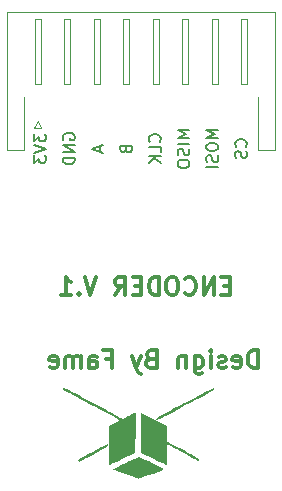
<source format=gbr>
%TF.GenerationSoftware,KiCad,Pcbnew,(6.0.0)*%
%TF.CreationDate,2022-01-20T18:02:09+07:00*%
%TF.ProjectId,CubeSat Encoder,43756265-5361-4742-9045-6e636f646572,rev?*%
%TF.SameCoordinates,Original*%
%TF.FileFunction,Legend,Bot*%
%TF.FilePolarity,Positive*%
%FSLAX46Y46*%
G04 Gerber Fmt 4.6, Leading zero omitted, Abs format (unit mm)*
G04 Created by KiCad (PCBNEW (6.0.0)) date 2022-01-20 18:02:09*
%MOMM*%
%LPD*%
G01*
G04 APERTURE LIST*
%ADD10C,0.200000*%
%ADD11C,0.300000*%
%ADD12C,0.120000*%
G04 APERTURE END LIST*
D10*
X134428571Y-55638095D02*
X134380951Y-55542857D01*
X134380951Y-55400000D01*
X134428571Y-55257142D01*
X134523809Y-55161904D01*
X134619047Y-55114285D01*
X134809523Y-55066666D01*
X134952380Y-55066666D01*
X135142856Y-55114285D01*
X135238094Y-55161904D01*
X135333332Y-55257142D01*
X135380951Y-55400000D01*
X135380951Y-55495238D01*
X135333332Y-55638095D01*
X135285713Y-55685714D01*
X134952380Y-55685714D01*
X134952380Y-55495238D01*
X135380951Y-56114285D02*
X134380951Y-56114285D01*
X135380951Y-56685714D01*
X134380951Y-56685714D01*
X135380951Y-57161904D02*
X134380951Y-57161904D01*
X134380951Y-57400000D01*
X134428571Y-57542857D01*
X134523809Y-57638095D01*
X134619047Y-57685714D01*
X134809523Y-57733333D01*
X134952380Y-57733333D01*
X135142856Y-57685714D01*
X135238094Y-57638095D01*
X135333332Y-57542857D01*
X135380951Y-57400000D01*
X135380951Y-57161904D01*
D11*
X150885714Y-74978571D02*
X150885714Y-73478571D01*
X150528571Y-73478571D01*
X150314285Y-73550000D01*
X150171428Y-73692857D01*
X150100000Y-73835714D01*
X150028571Y-74121428D01*
X150028571Y-74335714D01*
X150100000Y-74621428D01*
X150171428Y-74764285D01*
X150314285Y-74907142D01*
X150528571Y-74978571D01*
X150885714Y-74978571D01*
X148814285Y-74907142D02*
X148957142Y-74978571D01*
X149242857Y-74978571D01*
X149385714Y-74907142D01*
X149457142Y-74764285D01*
X149457142Y-74192857D01*
X149385714Y-74050000D01*
X149242857Y-73978571D01*
X148957142Y-73978571D01*
X148814285Y-74050000D01*
X148742857Y-74192857D01*
X148742857Y-74335714D01*
X149457142Y-74478571D01*
X148171428Y-74907142D02*
X148028571Y-74978571D01*
X147742857Y-74978571D01*
X147600000Y-74907142D01*
X147528571Y-74764285D01*
X147528571Y-74692857D01*
X147600000Y-74550000D01*
X147742857Y-74478571D01*
X147957142Y-74478571D01*
X148100000Y-74407142D01*
X148171428Y-74264285D01*
X148171428Y-74192857D01*
X148100000Y-74050000D01*
X147957142Y-73978571D01*
X147742857Y-73978571D01*
X147600000Y-74050000D01*
X146885714Y-74978571D02*
X146885714Y-73978571D01*
X146885714Y-73478571D02*
X146957142Y-73550000D01*
X146885714Y-73621428D01*
X146814285Y-73550000D01*
X146885714Y-73478571D01*
X146885714Y-73621428D01*
X145528571Y-73978571D02*
X145528571Y-75192857D01*
X145600000Y-75335714D01*
X145671428Y-75407142D01*
X145814285Y-75478571D01*
X146028571Y-75478571D01*
X146171428Y-75407142D01*
X145528571Y-74907142D02*
X145671428Y-74978571D01*
X145957142Y-74978571D01*
X146100000Y-74907142D01*
X146171428Y-74835714D01*
X146242857Y-74692857D01*
X146242857Y-74264285D01*
X146171428Y-74121428D01*
X146100000Y-74050000D01*
X145957142Y-73978571D01*
X145671428Y-73978571D01*
X145528571Y-74050000D01*
X144814285Y-73978571D02*
X144814285Y-74978571D01*
X144814285Y-74121428D02*
X144742857Y-74050000D01*
X144600000Y-73978571D01*
X144385714Y-73978571D01*
X144242857Y-74050000D01*
X144171428Y-74192857D01*
X144171428Y-74978571D01*
X141814285Y-74192857D02*
X141600000Y-74264285D01*
X141528571Y-74335714D01*
X141457142Y-74478571D01*
X141457142Y-74692857D01*
X141528571Y-74835714D01*
X141600000Y-74907142D01*
X141742857Y-74978571D01*
X142314285Y-74978571D01*
X142314285Y-73478571D01*
X141814285Y-73478571D01*
X141671428Y-73550000D01*
X141600000Y-73621428D01*
X141528571Y-73764285D01*
X141528571Y-73907142D01*
X141600000Y-74050000D01*
X141671428Y-74121428D01*
X141814285Y-74192857D01*
X142314285Y-74192857D01*
X140957142Y-73978571D02*
X140600000Y-74978571D01*
X140242857Y-73978571D02*
X140600000Y-74978571D01*
X140742857Y-75335714D01*
X140814285Y-75407142D01*
X140957142Y-75478571D01*
X138028571Y-74192857D02*
X138528571Y-74192857D01*
X138528571Y-74978571D02*
X138528571Y-73478571D01*
X137814285Y-73478571D01*
X136600000Y-74978571D02*
X136600000Y-74192857D01*
X136671428Y-74050000D01*
X136814285Y-73978571D01*
X137100000Y-73978571D01*
X137242857Y-74050000D01*
X136600000Y-74907142D02*
X136742857Y-74978571D01*
X137100000Y-74978571D01*
X137242857Y-74907142D01*
X137314285Y-74764285D01*
X137314285Y-74621428D01*
X137242857Y-74478571D01*
X137100000Y-74407142D01*
X136742857Y-74407142D01*
X136600000Y-74335714D01*
X135885714Y-74978571D02*
X135885714Y-73978571D01*
X135885714Y-74121428D02*
X135814285Y-74050000D01*
X135671428Y-73978571D01*
X135457142Y-73978571D01*
X135314285Y-74050000D01*
X135242857Y-74192857D01*
X135242857Y-74978571D01*
X135242857Y-74192857D02*
X135171428Y-74050000D01*
X135028571Y-73978571D01*
X134814285Y-73978571D01*
X134671428Y-74050000D01*
X134600000Y-74192857D01*
X134600000Y-74978571D01*
X133314285Y-74907142D02*
X133457142Y-74978571D01*
X133742857Y-74978571D01*
X133885714Y-74907142D01*
X133957142Y-74764285D01*
X133957142Y-74192857D01*
X133885714Y-74050000D01*
X133742857Y-73978571D01*
X133457142Y-73978571D01*
X133314285Y-74050000D01*
X133242857Y-74192857D01*
X133242857Y-74335714D01*
X133957142Y-74478571D01*
D10*
X142571426Y-55804760D02*
X142619045Y-55757141D01*
X142666664Y-55614284D01*
X142666664Y-55519046D01*
X142619045Y-55376189D01*
X142523807Y-55280951D01*
X142428569Y-55233332D01*
X142238093Y-55185713D01*
X142095236Y-55185713D01*
X141904760Y-55233332D01*
X141809522Y-55280951D01*
X141714284Y-55376189D01*
X141666664Y-55519046D01*
X141666664Y-55614284D01*
X141714284Y-55757141D01*
X141761903Y-55804760D01*
X142666664Y-56709522D02*
X142666664Y-56233332D01*
X141666664Y-56233332D01*
X142666664Y-57042856D02*
X141666664Y-57042856D01*
X142666664Y-57614284D02*
X142095236Y-57185713D01*
X141666664Y-57614284D02*
X142238093Y-57042856D01*
D11*
X148507142Y-67992857D02*
X148007142Y-67992857D01*
X147792857Y-68778571D02*
X148507142Y-68778571D01*
X148507142Y-67278571D01*
X147792857Y-67278571D01*
X147150000Y-68778571D02*
X147150000Y-67278571D01*
X146292857Y-68778571D01*
X146292857Y-67278571D01*
X144721428Y-68635714D02*
X144792857Y-68707142D01*
X145007142Y-68778571D01*
X145150000Y-68778571D01*
X145364285Y-68707142D01*
X145507142Y-68564285D01*
X145578571Y-68421428D01*
X145650000Y-68135714D01*
X145650000Y-67921428D01*
X145578571Y-67635714D01*
X145507142Y-67492857D01*
X145364285Y-67350000D01*
X145150000Y-67278571D01*
X145007142Y-67278571D01*
X144792857Y-67350000D01*
X144721428Y-67421428D01*
X143792857Y-67278571D02*
X143507142Y-67278571D01*
X143364285Y-67350000D01*
X143221428Y-67492857D01*
X143150000Y-67778571D01*
X143150000Y-68278571D01*
X143221428Y-68564285D01*
X143364285Y-68707142D01*
X143507142Y-68778571D01*
X143792857Y-68778571D01*
X143935714Y-68707142D01*
X144078571Y-68564285D01*
X144150000Y-68278571D01*
X144150000Y-67778571D01*
X144078571Y-67492857D01*
X143935714Y-67350000D01*
X143792857Y-67278571D01*
X142507142Y-68778571D02*
X142507142Y-67278571D01*
X142150000Y-67278571D01*
X141935714Y-67350000D01*
X141792857Y-67492857D01*
X141721428Y-67635714D01*
X141650000Y-67921428D01*
X141650000Y-68135714D01*
X141721428Y-68421428D01*
X141792857Y-68564285D01*
X141935714Y-68707142D01*
X142150000Y-68778571D01*
X142507142Y-68778571D01*
X141007142Y-67992857D02*
X140507142Y-67992857D01*
X140292857Y-68778571D02*
X141007142Y-68778571D01*
X141007142Y-67278571D01*
X140292857Y-67278571D01*
X138792857Y-68778571D02*
X139292857Y-68064285D01*
X139650000Y-68778571D02*
X139650000Y-67278571D01*
X139078571Y-67278571D01*
X138935714Y-67350000D01*
X138864285Y-67421428D01*
X138792857Y-67564285D01*
X138792857Y-67778571D01*
X138864285Y-67921428D01*
X138935714Y-67992857D01*
X139078571Y-68064285D01*
X139650000Y-68064285D01*
X137221428Y-67278571D02*
X136721428Y-68778571D01*
X136221428Y-67278571D01*
X135721428Y-68635714D02*
X135650000Y-68707142D01*
X135721428Y-68778571D01*
X135792857Y-68707142D01*
X135721428Y-68635714D01*
X135721428Y-68778571D01*
X134221428Y-68778571D02*
X135078571Y-68778571D01*
X134650000Y-68778571D02*
X134650000Y-67278571D01*
X134792857Y-67492857D01*
X134935714Y-67635714D01*
X135078571Y-67707142D01*
D10*
X131952380Y-55161904D02*
X131952380Y-55780952D01*
X132333333Y-55447619D01*
X132333333Y-55590476D01*
X132380952Y-55685714D01*
X132428571Y-55733333D01*
X132523809Y-55780952D01*
X132761904Y-55780952D01*
X132857142Y-55733333D01*
X132904761Y-55685714D01*
X132952380Y-55590476D01*
X132952380Y-55304761D01*
X132904761Y-55209523D01*
X132857142Y-55161904D01*
X131952380Y-56066666D02*
X132952380Y-56400000D01*
X131952380Y-56733333D01*
X131952380Y-56971428D02*
X131952380Y-57590476D01*
X132333333Y-57257142D01*
X132333333Y-57400000D01*
X132380952Y-57495238D01*
X132428571Y-57542857D01*
X132523809Y-57590476D01*
X132761904Y-57590476D01*
X132857142Y-57542857D01*
X132904761Y-57495238D01*
X132952380Y-57400000D01*
X132952380Y-57114285D01*
X132904761Y-57019047D01*
X132857142Y-56971428D01*
X137523808Y-56161904D02*
X137523808Y-56638095D01*
X137809522Y-56066666D02*
X136809522Y-56400000D01*
X137809522Y-56733333D01*
X147523806Y-54828570D02*
X146523806Y-54828570D01*
X147238092Y-55161903D01*
X146523806Y-55495237D01*
X147523806Y-55495237D01*
X146523806Y-56161903D02*
X146523806Y-56352379D01*
X146571426Y-56447618D01*
X146666664Y-56542856D01*
X146857140Y-56590475D01*
X147190473Y-56590475D01*
X147380949Y-56542856D01*
X147476187Y-56447618D01*
X147523806Y-56352379D01*
X147523806Y-56161903D01*
X147476187Y-56066665D01*
X147380949Y-55971427D01*
X147190473Y-55923808D01*
X146857140Y-55923808D01*
X146666664Y-55971427D01*
X146571426Y-56066665D01*
X146523806Y-56161903D01*
X147476187Y-56971427D02*
X147523806Y-57114284D01*
X147523806Y-57352379D01*
X147476187Y-57447618D01*
X147428568Y-57495237D01*
X147333330Y-57542856D01*
X147238092Y-57542856D01*
X147142854Y-57495237D01*
X147095235Y-57447618D01*
X147047616Y-57352379D01*
X146999997Y-57161903D01*
X146952378Y-57066665D01*
X146904759Y-57019046D01*
X146809521Y-56971427D01*
X146714283Y-56971427D01*
X146619045Y-57019046D01*
X146571426Y-57066665D01*
X146523806Y-57161903D01*
X146523806Y-57399999D01*
X146571426Y-57542856D01*
X147523806Y-57971427D02*
X146523806Y-57971427D01*
X139714284Y-56471427D02*
X139761903Y-56614284D01*
X139809522Y-56661903D01*
X139904760Y-56709522D01*
X140047617Y-56709522D01*
X140142855Y-56661903D01*
X140190474Y-56614284D01*
X140238093Y-56519046D01*
X140238093Y-56138094D01*
X139238093Y-56138094D01*
X139238093Y-56471427D01*
X139285713Y-56566665D01*
X139333332Y-56614284D01*
X139428570Y-56661903D01*
X139523808Y-56661903D01*
X139619046Y-56614284D01*
X139666665Y-56566665D01*
X139714284Y-56471427D01*
X139714284Y-56138094D01*
X149857142Y-56233333D02*
X149904761Y-56185714D01*
X149952380Y-56042857D01*
X149952380Y-55947619D01*
X149904761Y-55804761D01*
X149809523Y-55709523D01*
X149714285Y-55661904D01*
X149523809Y-55614285D01*
X149380952Y-55614285D01*
X149190476Y-55661904D01*
X149095238Y-55709523D01*
X149000000Y-55804761D01*
X148952380Y-55947619D01*
X148952380Y-56042857D01*
X149000000Y-56185714D01*
X149047619Y-56233333D01*
X149904761Y-56614285D02*
X149952380Y-56757142D01*
X149952380Y-56995238D01*
X149904761Y-57090476D01*
X149857142Y-57138095D01*
X149761904Y-57185714D01*
X149666666Y-57185714D01*
X149571428Y-57138095D01*
X149523809Y-57090476D01*
X149476190Y-56995238D01*
X149428571Y-56804761D01*
X149380952Y-56709523D01*
X149333333Y-56661904D01*
X149238095Y-56614285D01*
X149142857Y-56614285D01*
X149047619Y-56661904D01*
X149000000Y-56709523D01*
X148952380Y-56804761D01*
X148952380Y-57042857D01*
X149000000Y-57185714D01*
X145095235Y-54828570D02*
X144095235Y-54828570D01*
X144809521Y-55161903D01*
X144095235Y-55495237D01*
X145095235Y-55495237D01*
X145095235Y-55971427D02*
X144095235Y-55971427D01*
X145047616Y-56399999D02*
X145095235Y-56542856D01*
X145095235Y-56780951D01*
X145047616Y-56876189D01*
X144999997Y-56923808D01*
X144904759Y-56971427D01*
X144809521Y-56971427D01*
X144714283Y-56923808D01*
X144666664Y-56876189D01*
X144619045Y-56780951D01*
X144571426Y-56590475D01*
X144523807Y-56495237D01*
X144476188Y-56447618D01*
X144380950Y-56399999D01*
X144285712Y-56399999D01*
X144190474Y-56447618D01*
X144142855Y-56495237D01*
X144095235Y-56590475D01*
X144095235Y-56828570D01*
X144142855Y-56971427D01*
X144095235Y-57590475D02*
X144095235Y-57780951D01*
X144142855Y-57876189D01*
X144238093Y-57971427D01*
X144428569Y-58019046D01*
X144761902Y-58019046D01*
X144952378Y-57971427D01*
X145047616Y-57876189D01*
X145095235Y-57780951D01*
X145095235Y-57590475D01*
X145047616Y-57495237D01*
X144952378Y-57399999D01*
X144761902Y-57352379D01*
X144428569Y-57352379D01*
X144238093Y-57399999D01*
X144142855Y-57495237D01*
X144095235Y-57590475D01*
D12*
%TO.C,J1*%
X149500000Y-45450000D02*
X150000000Y-45450000D01*
X144500000Y-50950000D02*
X144500000Y-45450000D01*
X150000000Y-50950000D02*
X149500000Y-50950000D01*
X131950000Y-54650000D02*
X132550000Y-54650000D01*
X150890000Y-56560000D02*
X150890000Y-52060000D01*
X140000000Y-45450000D02*
X140000000Y-50950000D01*
X134500000Y-45450000D02*
X135000000Y-45450000D01*
X142500000Y-50950000D02*
X142000000Y-50950000D01*
X132500000Y-50950000D02*
X132000000Y-50950000D01*
X150000000Y-45450000D02*
X150000000Y-50950000D01*
X132250000Y-54050000D02*
X131950000Y-54650000D01*
X142000000Y-45450000D02*
X142500000Y-45450000D01*
X144500000Y-45450000D02*
X145000000Y-45450000D01*
X135000000Y-45450000D02*
X135000000Y-50950000D01*
X132500000Y-45450000D02*
X132500000Y-50950000D01*
X147000000Y-50950000D02*
X147000000Y-45450000D01*
X142000000Y-50950000D02*
X142000000Y-45450000D01*
X139500000Y-50950000D02*
X139500000Y-45450000D01*
X152310000Y-56560000D02*
X150890000Y-56560000D01*
X137500000Y-50950000D02*
X137000000Y-50950000D01*
X129690000Y-44840000D02*
X129690000Y-56560000D01*
X129690000Y-56560000D02*
X131110000Y-56560000D01*
X149500000Y-50950000D02*
X149500000Y-45450000D01*
X147500000Y-45450000D02*
X147500000Y-50950000D01*
X145000000Y-45450000D02*
X145000000Y-50950000D01*
X137500000Y-45450000D02*
X137500000Y-50950000D01*
X145000000Y-50950000D02*
X144500000Y-50950000D01*
X147500000Y-50950000D02*
X147000000Y-50950000D01*
X142500000Y-45450000D02*
X142500000Y-50950000D01*
X137000000Y-45450000D02*
X137500000Y-45450000D01*
X140000000Y-50950000D02*
X139500000Y-50950000D01*
X132000000Y-45450000D02*
X132500000Y-45450000D01*
X139500000Y-45450000D02*
X140000000Y-45450000D01*
X131110000Y-56560000D02*
X131110000Y-52060000D01*
X134500000Y-50950000D02*
X134500000Y-45450000D01*
X152310000Y-44840000D02*
X152310000Y-56560000D01*
X147000000Y-45450000D02*
X147500000Y-45450000D01*
X141000000Y-44840000D02*
X152310000Y-44840000D01*
X141000000Y-44840000D02*
X129690000Y-44840000D01*
X137000000Y-50950000D02*
X137000000Y-45450000D01*
X132550000Y-54650000D02*
X132250000Y-54050000D01*
X135000000Y-50950000D02*
X134500000Y-50950000D01*
X132000000Y-50950000D02*
X132000000Y-45450000D01*
%TO.C,G\u002A\u002A\u002A*%
G36*
X140851124Y-82508338D02*
G01*
X140970364Y-82561585D01*
X141148409Y-82645438D01*
X141373936Y-82754480D01*
X141635623Y-82883291D01*
X141922147Y-83026456D01*
X142981304Y-83559451D01*
X142780866Y-83634009D01*
X142770274Y-83637933D01*
X142654888Y-83679976D01*
X142473448Y-83745403D01*
X142242585Y-83828245D01*
X141978929Y-83922532D01*
X141699111Y-84022295D01*
X141628114Y-84047527D01*
X141367152Y-84139531D01*
X141137740Y-84219280D01*
X140953257Y-84282199D01*
X140827083Y-84323710D01*
X140772598Y-84339237D01*
X140728292Y-84328444D01*
X140610783Y-84291354D01*
X140435412Y-84232735D01*
X140216484Y-84157657D01*
X139968301Y-84071196D01*
X139705165Y-83978424D01*
X139441379Y-83884413D01*
X139191247Y-83794238D01*
X138969071Y-83712972D01*
X138789154Y-83645687D01*
X138665800Y-83597456D01*
X138613310Y-83573353D01*
X138622779Y-83561461D01*
X138696699Y-83514837D01*
X138832081Y-83439777D01*
X139016366Y-83342490D01*
X139236993Y-83229185D01*
X139481402Y-83106069D01*
X139737032Y-82979350D01*
X139991323Y-82855237D01*
X140231715Y-82739937D01*
X140445647Y-82639659D01*
X140620559Y-82560611D01*
X140743890Y-82509001D01*
X140803080Y-82491037D01*
X140851124Y-82508338D01*
G37*
G36*
X134475082Y-76662936D02*
G01*
X134537902Y-76681656D01*
X134628968Y-76718471D01*
X134754701Y-76776470D01*
X134921521Y-76858741D01*
X135135850Y-76968372D01*
X135404110Y-77108451D01*
X135732722Y-77282066D01*
X136128108Y-77492306D01*
X136596688Y-77742259D01*
X137096711Y-78009119D01*
X137571670Y-78262532D01*
X137977091Y-78478969D01*
X138318240Y-78661459D01*
X138600388Y-78813030D01*
X138828804Y-78936711D01*
X139008755Y-79035531D01*
X139145511Y-79112519D01*
X139244340Y-79170704D01*
X139310512Y-79213114D01*
X139349294Y-79242778D01*
X139365956Y-79262725D01*
X139365767Y-79275984D01*
X139353996Y-79285583D01*
X139335910Y-79294551D01*
X139316779Y-79305918D01*
X139285495Y-79330603D01*
X139254944Y-79365818D01*
X139302338Y-79355679D01*
X139427534Y-79300245D01*
X139630391Y-79199577D01*
X139910764Y-79053737D01*
X140014910Y-78999005D01*
X140214329Y-78895620D01*
X140378059Y-78812626D01*
X140491414Y-78757413D01*
X140539708Y-78737367D01*
X140547697Y-78762593D01*
X140555592Y-78868800D01*
X140560492Y-79049873D01*
X140562433Y-79297006D01*
X140561455Y-79601391D01*
X140557593Y-79954219D01*
X140550887Y-80346684D01*
X140541374Y-80769977D01*
X140529092Y-81215291D01*
X140501424Y-82133963D01*
X139416726Y-82668857D01*
X139415577Y-82669424D01*
X139127941Y-82811209D01*
X138868189Y-82939140D01*
X138646957Y-83047989D01*
X138474880Y-83132526D01*
X138362593Y-83187522D01*
X138320730Y-83207748D01*
X138320550Y-83207600D01*
X138318003Y-83159158D01*
X138315664Y-83030921D01*
X138313599Y-82832806D01*
X138311876Y-82574731D01*
X138310563Y-82266613D01*
X138309725Y-81918368D01*
X138309431Y-81539914D01*
X138309431Y-79868084D01*
X138767133Y-79638398D01*
X138932888Y-79551167D01*
X139074499Y-79467884D01*
X139163431Y-79404829D01*
X139185193Y-79371264D01*
X139144464Y-79346960D01*
X139030085Y-79283711D01*
X138849473Y-79185686D01*
X138609731Y-79056687D01*
X138317966Y-78900518D01*
X137981283Y-78720980D01*
X137606787Y-78521877D01*
X137201583Y-78307011D01*
X136772776Y-78080184D01*
X136370672Y-77867563D01*
X135964147Y-77652234D01*
X135588012Y-77452622D01*
X135249347Y-77272504D01*
X134955234Y-77115658D01*
X134712755Y-76985860D01*
X134528991Y-76886887D01*
X134411024Y-76822516D01*
X134365934Y-76796523D01*
X134358235Y-76758953D01*
X134393227Y-76682582D01*
X134408490Y-76667432D01*
X134434085Y-76659224D01*
X134475082Y-76662936D01*
G37*
G36*
X138208955Y-81433485D02*
G01*
X138211218Y-81516340D01*
X138207868Y-81534503D01*
X138190264Y-81573252D01*
X138151423Y-81616604D01*
X138082887Y-81669791D01*
X137976198Y-81738043D01*
X137822898Y-81826595D01*
X137614530Y-81940676D01*
X137342635Y-82085520D01*
X136998755Y-82266358D01*
X136896137Y-82320047D01*
X136600059Y-82473846D01*
X136332216Y-82611370D01*
X136102939Y-82727420D01*
X135922563Y-82816797D01*
X135801421Y-82874303D01*
X135749845Y-82894737D01*
X135716019Y-82878714D01*
X135675362Y-82806430D01*
X135674134Y-82799983D01*
X135681162Y-82769050D01*
X135714226Y-82730352D01*
X135781140Y-82679189D01*
X135889719Y-82610866D01*
X136047775Y-82520683D01*
X136263125Y-82403943D01*
X136543581Y-82255948D01*
X136896958Y-82072000D01*
X137038238Y-81998778D01*
X137337341Y-81844010D01*
X137606616Y-81705008D01*
X137835987Y-81586953D01*
X138015376Y-81495028D01*
X138134707Y-81434412D01*
X138183903Y-81410288D01*
X138208955Y-81433485D01*
G37*
G36*
X147168336Y-76702655D02*
G01*
X147180471Y-76718644D01*
X147194453Y-76779055D01*
X147180471Y-76844403D01*
X147137474Y-76870037D01*
X147021243Y-76934348D01*
X146838985Y-77033389D01*
X146597754Y-77163378D01*
X146304606Y-77320533D01*
X145966596Y-77501072D01*
X145590780Y-77701213D01*
X145184213Y-77917173D01*
X144753950Y-78145170D01*
X144497380Y-78280856D01*
X144019643Y-78532698D01*
X143613332Y-78745516D01*
X143272991Y-78922002D01*
X142993165Y-79064848D01*
X142768397Y-79176748D01*
X142593232Y-79260392D01*
X142462213Y-79318474D01*
X142369887Y-79353686D01*
X142310795Y-79368720D01*
X142279484Y-79366269D01*
X142231259Y-79334133D01*
X142198259Y-79289424D01*
X142199084Y-79288201D01*
X142248867Y-79256256D01*
X142370799Y-79186274D01*
X142558073Y-79081960D01*
X142803882Y-78947018D01*
X143101420Y-78785153D01*
X143443880Y-78600071D01*
X143824455Y-78395476D01*
X144236339Y-78175072D01*
X144672726Y-77942566D01*
X144916609Y-77812940D01*
X145389081Y-77562203D01*
X145790441Y-77349995D01*
X146126543Y-77173460D01*
X146403238Y-77029742D01*
X146626379Y-76915984D01*
X146801819Y-76829331D01*
X146935410Y-76766926D01*
X147033005Y-76725912D01*
X147100456Y-76703433D01*
X147143616Y-76696633D01*
X147168336Y-76702655D01*
G37*
G36*
X143190233Y-79889858D02*
G01*
X143190401Y-80528363D01*
X143190502Y-80584739D01*
X143194497Y-80854060D01*
X143204802Y-81042812D01*
X143222097Y-81159208D01*
X143247065Y-81211456D01*
X143271564Y-81226657D01*
X143369537Y-81281683D01*
X143531418Y-81370021D01*
X143747325Y-81486355D01*
X144007373Y-81625368D01*
X144301680Y-81781744D01*
X144620362Y-81950166D01*
X144963096Y-82131274D01*
X145255283Y-82287146D01*
X145482128Y-82410650D01*
X145651319Y-82506499D01*
X145770542Y-82579408D01*
X145847484Y-82634092D01*
X145889831Y-82675265D01*
X145905269Y-82707640D01*
X145901485Y-82735934D01*
X145870931Y-82789564D01*
X145822412Y-82818330D01*
X145804023Y-82810483D01*
X145714428Y-82766137D01*
X145560443Y-82687271D01*
X145351919Y-82579009D01*
X145098707Y-82446476D01*
X144810655Y-82294797D01*
X144497615Y-82129095D01*
X144316113Y-82032887D01*
X144018190Y-81875455D01*
X143751951Y-81735376D01*
X143527014Y-81617675D01*
X143353001Y-81527379D01*
X143239533Y-81469515D01*
X143196228Y-81449110D01*
X143195344Y-81450034D01*
X143191135Y-81504763D01*
X143190234Y-81634198D01*
X143192492Y-81824681D01*
X143197759Y-82062552D01*
X143205887Y-82334154D01*
X143212660Y-82567552D01*
X143216896Y-82842044D01*
X143214861Y-83043444D01*
X143206642Y-83166054D01*
X143192328Y-83204172D01*
X143148773Y-83184348D01*
X143033608Y-83129426D01*
X142858765Y-83045042D01*
X142635450Y-82936625D01*
X142374867Y-82809600D01*
X142088220Y-82669395D01*
X141027312Y-82149644D01*
X141024244Y-80462739D01*
X141021175Y-78775834D01*
X143190233Y-79889858D01*
G37*
%TD*%
M02*

</source>
